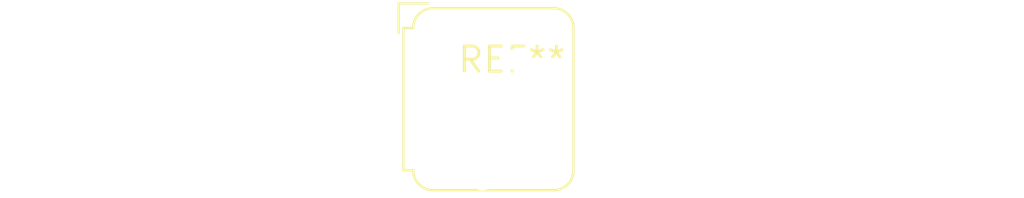
<source format=kicad_pcb>
(kicad_pcb (version 20240108) (generator pcbnew)
  (layers (0 "F.Cu" signal) (31 "B.Cu" signal) (34 "B.Paste" user) (35 "F.Paste" user) (36 "B.SilkS" user "B.Silkscreen") (37 "F.SilkS" user "F.Silkscreen") (38 "B.Mask" user) (39 "F.Mask" user) (44 "Edge.Cuts" user))
  (net 0 "")
  (footprint "JST_JWPF_B03B-JWPF-SK-R_1x03_P2.00mm_Vertical" (layer "F.Cu") (at 0 0)
    (property "Reference" "REF**")
    (property "Value" "JST_JWPF_B03B-JWPF-SK-R_1x03_P2.00mm_Vertical")
    (fp_line (start -5.75 -2.85) (end -4.25 -2.85) (layer "F.SilkS") (stroke (width 0.12)))
    (fp_line (start -5.75 -1.35) (end -5.75 -2.85) (layer "F.SilkS") (stroke (width 0.12)))
    (fp_line (start -5.51 -1.61) (end -5.51 5.61) (layer "F.SilkS") (stroke (width 0.12)))
    (fp_line (start -5.51 5.61) (end -5.01 5.61) (layer "F.SilkS") (stroke (width 0.12)))
    (fp_line (start -5.01 -1.61) (end -5.51 -1.61) (layer "F.SilkS") (stroke (width 0.12)))
    (fp_line (start -5.01 -1.61) (end -5.01 -1.61) (layer "F.SilkS") (stroke (width 0.12)))
    (fp_line (start -5.01 5.61) (end -5.01 5.61) (layer "F.SilkS") (stroke (width 0.12)))
    (fp_line (start -4.01 -2.61) (end 2.11 -2.61) (layer "F.SilkS") (stroke (width 0.12)))
    (fp_line (start -4.01 6.61) (end 2.11 6.61) (layer "F.SilkS") (stroke (width 0.12)))
    (fp_line (start 3.11 -1.61) (end 3.11 5.61) (layer "F.SilkS") (stroke (width 0.12)))
    (fp_arc (start -5.01 -1.61) (mid -4.717107 -2.317107) (end -4.01 -2.61) (layer "F.SilkS") (stroke (width 0.12)))
    (fp_arc (start -4.01 6.61) (mid -4.717107 6.317107) (end -5.01 5.61) (layer "F.SilkS") (stroke (width 0.12)))
    (fp_arc (start 2.11 -2.61) (mid 2.817107 -2.317107) (end 3.11 -1.61) (layer "F.SilkS") (stroke (width 0.12)))
    (fp_arc (start 3.11 5.61) (mid 2.817107 6.317107) (end 2.11 6.61) (layer "F.SilkS") (stroke (width 0.12)))
    (pad "" np_thru_hole circle (at -1.5 6.05) (size 1.15 1.15) (drill 1.15) (layers *.Cu *.Mask))
    (pad "1" thru_hole roundrect (at 0 0) (size 2 1.3) (drill 1) (layers *.Cu *.Mask) (remove_unused_layers) (roundrect_rratio 0.192308))
    (pad "2" thru_hole oval (at 0 2) (size 2 1.3) (drill 1) (layers *.Cu *.Mask) (remove_unused_layers))
    (pad "3" thru_hole oval (at 0 4) (size 2 1.3) (drill 1) (layers *.Cu *.Mask) (remove_unused_layers))
  )
)
</source>
